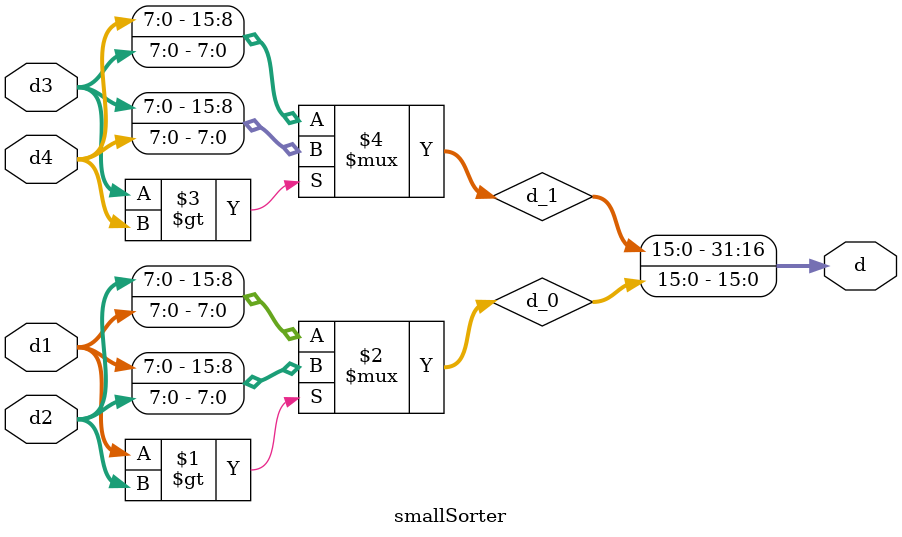
<source format=v>


module smallSorter#(parameter WIDTH = 8)
(
	input [WIDTH-1:0]d1,d2,d3,d4,
	output [2*2*WIDTH-1:0]d
);
wire [2*WIDTH-1:0]d_0 = d1 > d2 ? {d1,d2}:{d2,d1};
wire [2*WIDTH-1:0]d_1  = d3 > d4 ? {d3,d4}:{d4,d3};

assign d = {d_1,d_0};

endmodule
</source>
